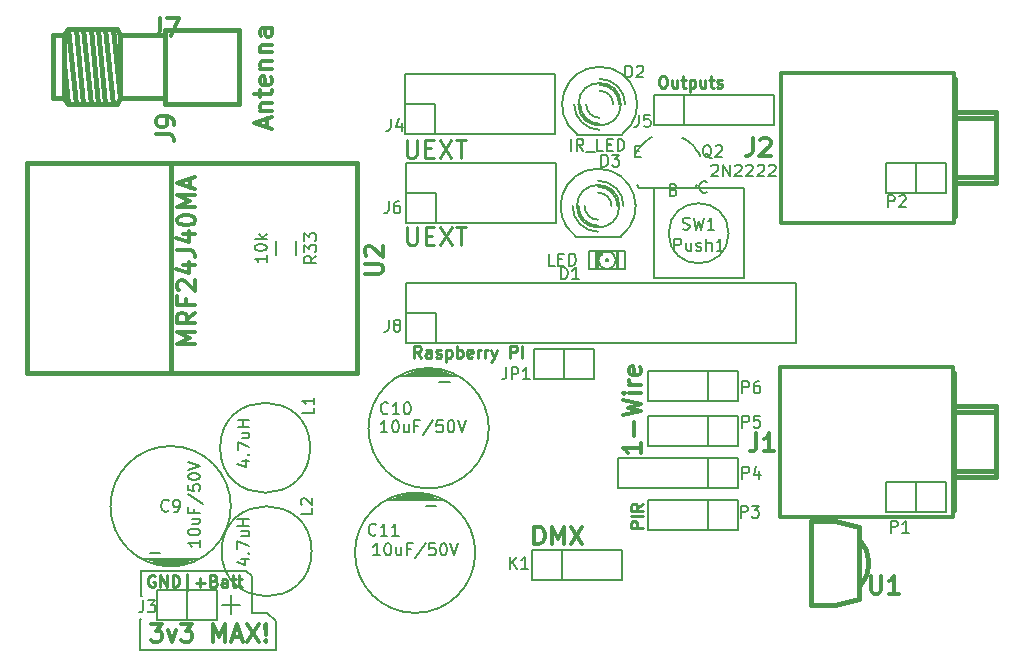
<source format=gbr>
G04 #@! TF.FileFunction,Legend,Top*
%FSLAX46Y46*%
G04 Gerber Fmt 4.6, Leading zero omitted, Abs format (unit mm)*
G04 Created by KiCad (PCBNEW (2014-12-08 BZR 5317)-product) date mar. 23 déc. 2014 09:04:43 CET*
%MOMM*%
G01*
G04 APERTURE LIST*
%ADD10C,0.100000*%
%ADD11C,0.250000*%
%ADD12C,0.300000*%
%ADD13C,0.200000*%
%ADD14C,0.150000*%
%ADD15C,0.350000*%
%ADD16C,0.381000*%
%ADD17C,0.304800*%
G04 APERTURE END LIST*
D10*
D11*
X118193643Y-76585071D02*
X118193643Y-77799357D01*
X118265071Y-77942214D01*
X118336500Y-78013643D01*
X118479357Y-78085071D01*
X118765071Y-78085071D01*
X118907929Y-78013643D01*
X118979357Y-77942214D01*
X119050786Y-77799357D01*
X119050786Y-76585071D01*
X119765072Y-77299357D02*
X120265072Y-77299357D01*
X120479358Y-78085071D02*
X119765072Y-78085071D01*
X119765072Y-76585071D01*
X120479358Y-76585071D01*
X120979358Y-76585071D02*
X121979358Y-78085071D01*
X121979358Y-76585071D02*
X120979358Y-78085071D01*
X122336500Y-76585071D02*
X123193643Y-76585071D01*
X122765072Y-78085071D02*
X122765072Y-76585071D01*
D12*
X128972715Y-103421571D02*
X128972715Y-101921571D01*
X129329858Y-101921571D01*
X129544143Y-101993000D01*
X129687001Y-102135857D01*
X129758429Y-102278714D01*
X129829858Y-102564429D01*
X129829858Y-102778714D01*
X129758429Y-103064429D01*
X129687001Y-103207286D01*
X129544143Y-103350143D01*
X129329858Y-103421571D01*
X128972715Y-103421571D01*
X130472715Y-103421571D02*
X130472715Y-101921571D01*
X130972715Y-102993000D01*
X131472715Y-101921571D01*
X131472715Y-103421571D01*
X132044144Y-101921571D02*
X133044144Y-103421571D01*
X133044144Y-101921571D02*
X132044144Y-103421571D01*
D11*
X119367800Y-87625181D02*
X119034466Y-87148990D01*
X118796371Y-87625181D02*
X118796371Y-86625181D01*
X119177324Y-86625181D01*
X119272562Y-86672800D01*
X119320181Y-86720419D01*
X119367800Y-86815657D01*
X119367800Y-86958514D01*
X119320181Y-87053752D01*
X119272562Y-87101371D01*
X119177324Y-87148990D01*
X118796371Y-87148990D01*
X120224943Y-87625181D02*
X120224943Y-87101371D01*
X120177324Y-87006133D01*
X120082086Y-86958514D01*
X119891609Y-86958514D01*
X119796371Y-87006133D01*
X120224943Y-87577562D02*
X120129705Y-87625181D01*
X119891609Y-87625181D01*
X119796371Y-87577562D01*
X119748752Y-87482324D01*
X119748752Y-87387086D01*
X119796371Y-87291848D01*
X119891609Y-87244229D01*
X120129705Y-87244229D01*
X120224943Y-87196610D01*
X120653514Y-87577562D02*
X120748752Y-87625181D01*
X120939228Y-87625181D01*
X121034467Y-87577562D01*
X121082086Y-87482324D01*
X121082086Y-87434705D01*
X121034467Y-87339467D01*
X120939228Y-87291848D01*
X120796371Y-87291848D01*
X120701133Y-87244229D01*
X120653514Y-87148990D01*
X120653514Y-87101371D01*
X120701133Y-87006133D01*
X120796371Y-86958514D01*
X120939228Y-86958514D01*
X121034467Y-87006133D01*
X121510657Y-86958514D02*
X121510657Y-87958514D01*
X121510657Y-87006133D02*
X121605895Y-86958514D01*
X121796372Y-86958514D01*
X121891610Y-87006133D01*
X121939229Y-87053752D01*
X121986848Y-87148990D01*
X121986848Y-87434705D01*
X121939229Y-87529943D01*
X121891610Y-87577562D01*
X121796372Y-87625181D01*
X121605895Y-87625181D01*
X121510657Y-87577562D01*
X122415419Y-87625181D02*
X122415419Y-86625181D01*
X122415419Y-87006133D02*
X122510657Y-86958514D01*
X122701134Y-86958514D01*
X122796372Y-87006133D01*
X122843991Y-87053752D01*
X122891610Y-87148990D01*
X122891610Y-87434705D01*
X122843991Y-87529943D01*
X122796372Y-87577562D01*
X122701134Y-87625181D01*
X122510657Y-87625181D01*
X122415419Y-87577562D01*
X123701134Y-87577562D02*
X123605896Y-87625181D01*
X123415419Y-87625181D01*
X123320181Y-87577562D01*
X123272562Y-87482324D01*
X123272562Y-87101371D01*
X123320181Y-87006133D01*
X123415419Y-86958514D01*
X123605896Y-86958514D01*
X123701134Y-87006133D01*
X123748753Y-87101371D01*
X123748753Y-87196610D01*
X123272562Y-87291848D01*
X124177324Y-87625181D02*
X124177324Y-86958514D01*
X124177324Y-87148990D02*
X124224943Y-87053752D01*
X124272562Y-87006133D01*
X124367800Y-86958514D01*
X124463039Y-86958514D01*
X124796372Y-87625181D02*
X124796372Y-86958514D01*
X124796372Y-87148990D02*
X124843991Y-87053752D01*
X124891610Y-87006133D01*
X124986848Y-86958514D01*
X125082087Y-86958514D01*
X125320182Y-86958514D02*
X125558277Y-87625181D01*
X125796373Y-86958514D02*
X125558277Y-87625181D01*
X125463039Y-87863276D01*
X125415420Y-87910895D01*
X125320182Y-87958514D01*
X126939230Y-87625181D02*
X126939230Y-86625181D01*
X127320183Y-86625181D01*
X127415421Y-86672800D01*
X127463040Y-86720419D01*
X127510659Y-86815657D01*
X127510659Y-86958514D01*
X127463040Y-87053752D01*
X127415421Y-87101371D01*
X127320183Y-87148990D01*
X126939230Y-87148990D01*
X127939230Y-87625181D02*
X127939230Y-86625181D01*
X139773328Y-63765181D02*
X139963805Y-63765181D01*
X140059043Y-63812800D01*
X140154281Y-63908038D01*
X140201900Y-64098514D01*
X140201900Y-64431848D01*
X140154281Y-64622324D01*
X140059043Y-64717562D01*
X139963805Y-64765181D01*
X139773328Y-64765181D01*
X139678090Y-64717562D01*
X139582852Y-64622324D01*
X139535233Y-64431848D01*
X139535233Y-64098514D01*
X139582852Y-63908038D01*
X139678090Y-63812800D01*
X139773328Y-63765181D01*
X141059043Y-64098514D02*
X141059043Y-64765181D01*
X140630471Y-64098514D02*
X140630471Y-64622324D01*
X140678090Y-64717562D01*
X140773328Y-64765181D01*
X140916186Y-64765181D01*
X141011424Y-64717562D01*
X141059043Y-64669943D01*
X141392376Y-64098514D02*
X141773328Y-64098514D01*
X141535233Y-63765181D02*
X141535233Y-64622324D01*
X141582852Y-64717562D01*
X141678090Y-64765181D01*
X141773328Y-64765181D01*
X142106662Y-64098514D02*
X142106662Y-65098514D01*
X142106662Y-64146133D02*
X142201900Y-64098514D01*
X142392377Y-64098514D01*
X142487615Y-64146133D01*
X142535234Y-64193752D01*
X142582853Y-64288990D01*
X142582853Y-64574705D01*
X142535234Y-64669943D01*
X142487615Y-64717562D01*
X142392377Y-64765181D01*
X142201900Y-64765181D01*
X142106662Y-64717562D01*
X143439996Y-64098514D02*
X143439996Y-64765181D01*
X143011424Y-64098514D02*
X143011424Y-64622324D01*
X143059043Y-64717562D01*
X143154281Y-64765181D01*
X143297139Y-64765181D01*
X143392377Y-64717562D01*
X143439996Y-64669943D01*
X143773329Y-64098514D02*
X144154281Y-64098514D01*
X143916186Y-63765181D02*
X143916186Y-64622324D01*
X143963805Y-64717562D01*
X144059043Y-64765181D01*
X144154281Y-64765181D01*
X144439996Y-64717562D02*
X144535234Y-64765181D01*
X144725710Y-64765181D01*
X144820949Y-64717562D01*
X144868568Y-64622324D01*
X144868568Y-64574705D01*
X144820949Y-64479467D01*
X144725710Y-64431848D01*
X144582853Y-64431848D01*
X144487615Y-64384229D01*
X144439996Y-64288990D01*
X144439996Y-64241371D01*
X144487615Y-64146133D01*
X144582853Y-64098514D01*
X144725710Y-64098514D01*
X144820949Y-64146133D01*
X118155543Y-69180971D02*
X118155543Y-70395257D01*
X118226971Y-70538114D01*
X118298400Y-70609543D01*
X118441257Y-70680971D01*
X118726971Y-70680971D01*
X118869829Y-70609543D01*
X118941257Y-70538114D01*
X119012686Y-70395257D01*
X119012686Y-69180971D01*
X119726972Y-69895257D02*
X120226972Y-69895257D01*
X120441258Y-70680971D02*
X119726972Y-70680971D01*
X119726972Y-69180971D01*
X120441258Y-69180971D01*
X120941258Y-69180971D02*
X121941258Y-70680971D01*
X121941258Y-69180971D02*
X120941258Y-70680971D01*
X122298400Y-69180971D02*
X123155543Y-69180971D01*
X122726972Y-70680971D02*
X122726972Y-69180971D01*
D12*
X137990971Y-94871028D02*
X137990971Y-95728171D01*
X137990971Y-95299599D02*
X136490971Y-95299599D01*
X136705257Y-95442456D01*
X136848114Y-95585314D01*
X136919543Y-95728171D01*
X137419543Y-94228171D02*
X137419543Y-93085314D01*
X136490971Y-92513885D02*
X137990971Y-92156742D01*
X136919543Y-91871028D01*
X137990971Y-91585314D01*
X136490971Y-91228171D01*
X137990971Y-90656742D02*
X136990971Y-90656742D01*
X136490971Y-90656742D02*
X136562400Y-90728171D01*
X136633829Y-90656742D01*
X136562400Y-90585314D01*
X136490971Y-90656742D01*
X136633829Y-90656742D01*
X137990971Y-89942456D02*
X136990971Y-89942456D01*
X137276686Y-89942456D02*
X137133829Y-89871028D01*
X137062400Y-89799599D01*
X136990971Y-89656742D01*
X136990971Y-89513885D01*
X137919543Y-88442457D02*
X137990971Y-88585314D01*
X137990971Y-88871028D01*
X137919543Y-89013885D01*
X137776686Y-89085314D01*
X137205257Y-89085314D01*
X137062400Y-89013885D01*
X136990971Y-88871028D01*
X136990971Y-88585314D01*
X137062400Y-88442457D01*
X137205257Y-88371028D01*
X137348114Y-88371028D01*
X137490971Y-89085314D01*
D11*
X138145781Y-102041200D02*
X137145781Y-102041200D01*
X137145781Y-101660247D01*
X137193400Y-101565009D01*
X137241019Y-101517390D01*
X137336257Y-101469771D01*
X137479114Y-101469771D01*
X137574352Y-101517390D01*
X137621971Y-101565009D01*
X137669590Y-101660247D01*
X137669590Y-102041200D01*
X138145781Y-101041200D02*
X137145781Y-101041200D01*
X138145781Y-99993581D02*
X137669590Y-100326915D01*
X138145781Y-100565010D02*
X137145781Y-100565010D01*
X137145781Y-100184057D01*
X137193400Y-100088819D01*
X137241019Y-100041200D01*
X137336257Y-99993581D01*
X137479114Y-99993581D01*
X137574352Y-100041200D01*
X137621971Y-100088819D01*
X137669590Y-100184057D01*
X137669590Y-100565010D01*
D13*
X103301800Y-107746800D02*
X103301800Y-109347000D01*
X102514400Y-108559600D02*
X104013000Y-108559600D01*
X95681800Y-107823000D02*
X95732600Y-107823000D01*
X95681800Y-105613200D02*
X95681800Y-107823000D01*
X95580200Y-109728000D02*
X95631000Y-109728000D01*
X95580200Y-112369600D02*
X95580200Y-109728000D01*
X107061000Y-112369600D02*
X95580200Y-112369600D01*
X107061000Y-109956600D02*
X107061000Y-112369600D01*
X106349800Y-109245400D02*
X107061000Y-109956600D01*
X105029000Y-109245400D02*
X106349800Y-109245400D01*
X105029000Y-106121200D02*
X105029000Y-109245400D01*
X104571800Y-105664000D02*
X105029000Y-106121200D01*
X95656400Y-105664000D02*
X104571800Y-105664000D01*
D12*
X96493630Y-110163871D02*
X97422201Y-110163871D01*
X96922201Y-110735300D01*
X97136487Y-110735300D01*
X97279344Y-110806729D01*
X97350773Y-110878157D01*
X97422201Y-111021014D01*
X97422201Y-111378157D01*
X97350773Y-111521014D01*
X97279344Y-111592443D01*
X97136487Y-111663871D01*
X96707915Y-111663871D01*
X96565058Y-111592443D01*
X96493630Y-111521014D01*
X97922201Y-110663871D02*
X98279344Y-111663871D01*
X98636486Y-110663871D01*
X99065058Y-110163871D02*
X99993629Y-110163871D01*
X99493629Y-110735300D01*
X99707915Y-110735300D01*
X99850772Y-110806729D01*
X99922201Y-110878157D01*
X99993629Y-111021014D01*
X99993629Y-111378157D01*
X99922201Y-111521014D01*
X99850772Y-111592443D01*
X99707915Y-111663871D01*
X99279343Y-111663871D01*
X99136486Y-111592443D01*
X99065058Y-111521014D01*
X101779343Y-111663871D02*
X101779343Y-110163871D01*
X102279343Y-111235300D01*
X102779343Y-110163871D01*
X102779343Y-111663871D01*
X103422200Y-111235300D02*
X104136486Y-111235300D01*
X103279343Y-111663871D02*
X103779343Y-110163871D01*
X104279343Y-111663871D01*
X104636486Y-110163871D02*
X105636486Y-111663871D01*
X105636486Y-110163871D02*
X104636486Y-111663871D01*
X106207914Y-111521014D02*
X106279342Y-111592443D01*
X106207914Y-111663871D01*
X106136485Y-111592443D01*
X106207914Y-111521014D01*
X106207914Y-111663871D01*
X106207914Y-111092443D02*
X106136485Y-110235300D01*
X106207914Y-110163871D01*
X106279342Y-110235300D01*
X106207914Y-111092443D01*
X106207914Y-110163871D01*
D11*
X96809348Y-106091100D02*
X96714110Y-106043481D01*
X96571253Y-106043481D01*
X96428395Y-106091100D01*
X96333157Y-106186338D01*
X96285538Y-106281576D01*
X96237919Y-106472052D01*
X96237919Y-106614910D01*
X96285538Y-106805386D01*
X96333157Y-106900624D01*
X96428395Y-106995862D01*
X96571253Y-107043481D01*
X96666491Y-107043481D01*
X96809348Y-106995862D01*
X96856967Y-106948243D01*
X96856967Y-106614910D01*
X96666491Y-106614910D01*
X97285538Y-107043481D02*
X97285538Y-106043481D01*
X97856967Y-107043481D01*
X97856967Y-106043481D01*
X98333157Y-107043481D02*
X98333157Y-106043481D01*
X98571252Y-106043481D01*
X98714110Y-106091100D01*
X98809348Y-106186338D01*
X98856967Y-106281576D01*
X98904586Y-106472052D01*
X98904586Y-106614910D01*
X98856967Y-106805386D01*
X98809348Y-106900624D01*
X98714110Y-106995862D01*
X98571252Y-107043481D01*
X98333157Y-107043481D01*
X99571252Y-107376814D02*
X99571252Y-105948243D01*
X100285538Y-106662529D02*
X101047443Y-106662529D01*
X100666491Y-107043481D02*
X100666491Y-106281576D01*
X101856967Y-106519671D02*
X101999824Y-106567290D01*
X102047443Y-106614910D01*
X102095062Y-106710148D01*
X102095062Y-106853005D01*
X102047443Y-106948243D01*
X101999824Y-106995862D01*
X101904586Y-107043481D01*
X101523633Y-107043481D01*
X101523633Y-106043481D01*
X101856967Y-106043481D01*
X101952205Y-106091100D01*
X101999824Y-106138719D01*
X102047443Y-106233957D01*
X102047443Y-106329195D01*
X101999824Y-106424433D01*
X101952205Y-106472052D01*
X101856967Y-106519671D01*
X101523633Y-106519671D01*
X102952205Y-107043481D02*
X102952205Y-106519671D01*
X102904586Y-106424433D01*
X102809348Y-106376814D01*
X102618871Y-106376814D01*
X102523633Y-106424433D01*
X102952205Y-106995862D02*
X102856967Y-107043481D01*
X102618871Y-107043481D01*
X102523633Y-106995862D01*
X102476014Y-106900624D01*
X102476014Y-106805386D01*
X102523633Y-106710148D01*
X102618871Y-106662529D01*
X102856967Y-106662529D01*
X102952205Y-106614910D01*
X103285538Y-106376814D02*
X103666490Y-106376814D01*
X103428395Y-106043481D02*
X103428395Y-106900624D01*
X103476014Y-106995862D01*
X103571252Y-107043481D01*
X103666490Y-107043481D01*
X103856967Y-106376814D02*
X104237919Y-106376814D01*
X103999824Y-106043481D02*
X103999824Y-106900624D01*
X104047443Y-106995862D01*
X104142681Y-107043481D01*
X104237919Y-107043481D01*
D14*
X135227060Y-79275940D02*
X135028940Y-79275940D01*
X135028940Y-79275940D02*
X135028940Y-79474060D01*
X135227060Y-79474060D02*
X135028940Y-79474060D01*
X135227060Y-79275940D02*
X135227060Y-79474060D01*
X134678420Y-78676500D02*
X134330440Y-78676500D01*
X134330440Y-78676500D02*
X134330440Y-78925420D01*
X134678420Y-78925420D02*
X134330440Y-78925420D01*
X134678420Y-78676500D02*
X134678420Y-78925420D01*
X134330440Y-78676500D02*
X134228840Y-78676500D01*
X134228840Y-78676500D02*
X134228840Y-79872840D01*
X134330440Y-79872840D02*
X134228840Y-79872840D01*
X134330440Y-78676500D02*
X134330440Y-79872840D01*
X134330440Y-79923640D02*
X134228840Y-79923640D01*
X134228840Y-79923640D02*
X134228840Y-80073500D01*
X134330440Y-80073500D02*
X134228840Y-80073500D01*
X134330440Y-79923640D02*
X134330440Y-80073500D01*
X136027160Y-78676500D02*
X135925560Y-78676500D01*
X135925560Y-78676500D02*
X135925560Y-79872840D01*
X136027160Y-79872840D02*
X135925560Y-79872840D01*
X136027160Y-78676500D02*
X136027160Y-79872840D01*
X136027160Y-79923640D02*
X135925560Y-79923640D01*
X135925560Y-79923640D02*
X135925560Y-80073500D01*
X136027160Y-80073500D02*
X135925560Y-80073500D01*
X136027160Y-79923640D02*
X136027160Y-80073500D01*
X134678420Y-78676500D02*
X134528560Y-78676500D01*
X134528560Y-78676500D02*
X134528560Y-78925420D01*
X134678420Y-78925420D02*
X134528560Y-78925420D01*
X134678420Y-78676500D02*
X134678420Y-78925420D01*
X133578600Y-78625700D02*
X136677400Y-78625700D01*
X136677400Y-78625700D02*
X136677400Y-80124300D01*
X136677400Y-80124300D02*
X133578600Y-80124300D01*
X133578600Y-80124300D02*
X133578600Y-78625700D01*
X135675262Y-78875646D02*
G75*
G03X134579360Y-78877160I-547262J-499354D01*
G01*
X135676133Y-79873398D02*
G75*
G03X135676640Y-78877160I-548133J498398D01*
G01*
X134580738Y-79874354D02*
G75*
G03X135676640Y-79872840I547262J499354D01*
G01*
X134579867Y-78876602D02*
G75*
G03X134579360Y-79872840I548133J-498398D01*
G01*
X132588000Y-68757800D02*
X136398000Y-68757800D01*
X136289051Y-66167000D02*
G75*
G03X136289051Y-66167000I-1796051J0D01*
G01*
X136400668Y-68704997D02*
G75*
G03X132588000Y-68707000I-1907668J2537997D01*
G01*
X135636000Y-66167000D02*
G75*
G03X134493000Y-65024000I-1143000J0D01*
G01*
X133350000Y-66167000D02*
G75*
G03X134493000Y-67310000I1143000J0D01*
G01*
X136144000Y-66167000D02*
G75*
G03X134493000Y-64516000I-1651000J0D01*
G01*
X132842000Y-66167000D02*
G75*
G03X134493000Y-67818000I1651000J0D01*
G01*
X136652000Y-66167000D02*
G75*
G03X134493000Y-64008000I-2159000J0D01*
G01*
X132334000Y-66167000D02*
G75*
G03X134493000Y-68326000I2159000J0D01*
G01*
X132461000Y-77393800D02*
X136271000Y-77393800D01*
X136162051Y-74803000D02*
G75*
G03X136162051Y-74803000I-1796051J0D01*
G01*
X136273668Y-77340997D02*
G75*
G03X132461000Y-77343000I-1907668J2537997D01*
G01*
X135509000Y-74803000D02*
G75*
G03X134366000Y-73660000I-1143000J0D01*
G01*
X133223000Y-74803000D02*
G75*
G03X134366000Y-75946000I1143000J0D01*
G01*
X136017000Y-74803000D02*
G75*
G03X134366000Y-73152000I-1651000J0D01*
G01*
X132715000Y-74803000D02*
G75*
G03X134366000Y-76454000I1651000J0D01*
G01*
X136525000Y-74803000D02*
G75*
G03X134366000Y-72644000I-2159000J0D01*
G01*
X132207000Y-74803000D02*
G75*
G03X134366000Y-76962000I2159000J0D01*
G01*
D15*
X164401500Y-88392000D02*
X149796500Y-88392000D01*
X149796500Y-88392000D02*
X149796500Y-101092000D01*
X149796500Y-101092000D02*
X164401500Y-101092000D01*
X164401500Y-101092000D02*
X164401500Y-88392000D01*
D14*
X164401500Y-101092000D02*
X164401500Y-100457000D01*
D16*
X164515800Y-92242640D02*
X168015920Y-92242640D01*
X167916860Y-97241360D02*
X164515800Y-97241360D01*
X164515800Y-97741740D02*
X168015920Y-97741740D01*
X168015920Y-97741740D02*
X168015920Y-91742260D01*
X168015920Y-91742260D02*
X164515800Y-91742260D01*
X164515800Y-94742000D02*
X164515800Y-100540820D01*
X164416740Y-88943180D02*
X164515800Y-88943180D01*
X164515800Y-88943180D02*
X164515800Y-94742000D01*
D15*
X164465000Y-63500000D02*
X149860000Y-63500000D01*
X149860000Y-63500000D02*
X149860000Y-76200000D01*
X149860000Y-76200000D02*
X164465000Y-76200000D01*
X164465000Y-76200000D02*
X164465000Y-63500000D01*
D14*
X164465000Y-76200000D02*
X164465000Y-75565000D01*
D16*
X164579300Y-67350640D02*
X168079420Y-67350640D01*
X167980360Y-72349360D02*
X164579300Y-72349360D01*
X164579300Y-72849740D02*
X168079420Y-72849740D01*
X168079420Y-72849740D02*
X168079420Y-66850260D01*
X168079420Y-66850260D02*
X164579300Y-66850260D01*
X164579300Y-69850000D02*
X164579300Y-75648820D01*
X164480240Y-64051180D02*
X164579300Y-64051180D01*
X164579300Y-64051180D02*
X164579300Y-69850000D01*
D14*
X99568000Y-107315000D02*
X99568000Y-109855000D01*
X97028000Y-107315000D02*
X97028000Y-109855000D01*
X97028000Y-109855000D02*
X99568000Y-109855000D01*
X99568000Y-109855000D02*
X102108000Y-109855000D01*
X102108000Y-109855000D02*
X102108000Y-107315000D01*
X102108000Y-107315000D02*
X97028000Y-107315000D01*
X118046500Y-63627000D02*
X130746500Y-63627000D01*
X130746500Y-63627000D02*
X130746500Y-68707000D01*
X130746500Y-68707000D02*
X120586500Y-68707000D01*
X118046500Y-63627000D02*
X118046500Y-66167000D01*
X118046500Y-68707000D02*
X120586500Y-68707000D01*
X118046500Y-66167000D02*
X120586500Y-66167000D01*
X120586500Y-66167000D02*
X120586500Y-68707000D01*
X118046500Y-68707000D02*
X118046500Y-66167000D01*
X141605000Y-67945000D02*
X149225000Y-67945000D01*
X141605000Y-65405000D02*
X149225000Y-65405000D01*
X139065000Y-65405000D02*
X141605000Y-65405000D01*
X149225000Y-67945000D02*
X149225000Y-65405000D01*
X141605000Y-65405000D02*
X141605000Y-67945000D01*
X139065000Y-65405000D02*
X139065000Y-67945000D01*
X139065000Y-67945000D02*
X141605000Y-67945000D01*
X118110000Y-71120000D02*
X130810000Y-71120000D01*
X130810000Y-71120000D02*
X130810000Y-76200000D01*
X130810000Y-76200000D02*
X120650000Y-76200000D01*
X118110000Y-71120000D02*
X118110000Y-73660000D01*
X118110000Y-76200000D02*
X120650000Y-76200000D01*
X118110000Y-73660000D02*
X120650000Y-73660000D01*
X120650000Y-73660000D02*
X120650000Y-76200000D01*
X118110000Y-76200000D02*
X118110000Y-73660000D01*
X118110000Y-81280000D02*
X151130000Y-81280000D01*
X120650000Y-86360000D02*
X151130000Y-86360000D01*
X151130000Y-81280000D02*
X151130000Y-86360000D01*
X118110000Y-81280000D02*
X118110000Y-83820000D01*
X118110000Y-86360000D02*
X120650000Y-86360000D01*
X118110000Y-83820000D02*
X120650000Y-83820000D01*
X120650000Y-83820000D02*
X120650000Y-86360000D01*
X118110000Y-86360000D02*
X118110000Y-83820000D01*
D16*
X89181940Y-60332620D02*
X88237060Y-60332620D01*
X89181940Y-65651380D02*
X88237060Y-65651380D01*
X97688400Y-65651380D02*
X93908880Y-65651380D01*
X97688400Y-60332620D02*
X93908880Y-60332620D01*
X89496900Y-66184780D02*
X89181940Y-62725300D01*
X93278960Y-59799220D02*
X93908880Y-65651380D01*
X93278960Y-66184780D02*
X92649040Y-59799220D01*
X92649040Y-66184780D02*
X92019120Y-59799220D01*
X92019120Y-66184780D02*
X91389200Y-59799220D01*
X91389200Y-66184780D02*
X90756740Y-59799220D01*
X90756740Y-66184780D02*
X90126820Y-59799220D01*
X90126820Y-66184780D02*
X89496900Y-59799220D01*
X89496900Y-66184780D02*
X89181940Y-65651380D01*
X89181940Y-65651380D02*
X89181940Y-60332620D01*
X89181940Y-60332620D02*
X89496900Y-59799220D01*
X89496900Y-59799220D02*
X93593920Y-59799220D01*
X93593920Y-59799220D02*
X93908880Y-60332620D01*
X93908880Y-60332620D02*
X93908880Y-65651380D01*
X93908880Y-65651380D02*
X93593920Y-66184780D01*
X93593920Y-66184780D02*
X89496900Y-66184780D01*
X88237060Y-60332620D02*
X88237060Y-65651380D01*
X97688400Y-66141600D02*
X97688400Y-59842400D01*
X97688400Y-59842400D02*
X103987600Y-59842400D01*
X103987600Y-59842400D02*
X103987600Y-66141600D01*
X103987600Y-66141600D02*
X97688400Y-66141600D01*
D14*
X131318000Y-106426000D02*
X136398000Y-106426000D01*
X136398000Y-106426000D02*
X136398000Y-103886000D01*
X136398000Y-103886000D02*
X131318000Y-103886000D01*
X128778000Y-103886000D02*
X131318000Y-103886000D01*
X131318000Y-103886000D02*
X131318000Y-106426000D01*
X128778000Y-103886000D02*
X128778000Y-106426000D01*
X128778000Y-106426000D02*
X131318000Y-106426000D01*
X161290000Y-100711000D02*
X161290000Y-98171000D01*
X163830000Y-100711000D02*
X163830000Y-98171000D01*
X163830000Y-98171000D02*
X161290000Y-98171000D01*
X161290000Y-98171000D02*
X158750000Y-98171000D01*
X158750000Y-98171000D02*
X158750000Y-100711000D01*
X158750000Y-100711000D02*
X163830000Y-100711000D01*
X161290000Y-73660000D02*
X161290000Y-71120000D01*
X163830000Y-73660000D02*
X163830000Y-71120000D01*
X163830000Y-71120000D02*
X161290000Y-71120000D01*
X161290000Y-71120000D02*
X158750000Y-71120000D01*
X158750000Y-71120000D02*
X158750000Y-73660000D01*
X158750000Y-73660000D02*
X163830000Y-73660000D01*
X143637000Y-99695000D02*
X138557000Y-99695000D01*
X138557000Y-99695000D02*
X138557000Y-102235000D01*
X138557000Y-102235000D02*
X143637000Y-102235000D01*
X146177000Y-102235000D02*
X143637000Y-102235000D01*
X143637000Y-102235000D02*
X143637000Y-99695000D01*
X146177000Y-102235000D02*
X146177000Y-99695000D01*
X146177000Y-99695000D02*
X143637000Y-99695000D01*
X143637000Y-96139000D02*
X136017000Y-96139000D01*
X143637000Y-98679000D02*
X136017000Y-98679000D01*
X146177000Y-98679000D02*
X143637000Y-98679000D01*
X136017000Y-96139000D02*
X136017000Y-98679000D01*
X143637000Y-98679000D02*
X143637000Y-96139000D01*
X146177000Y-98679000D02*
X146177000Y-96139000D01*
X146177000Y-96139000D02*
X143637000Y-96139000D01*
X143637000Y-92583000D02*
X138557000Y-92583000D01*
X138557000Y-92583000D02*
X138557000Y-95123000D01*
X138557000Y-95123000D02*
X143637000Y-95123000D01*
X146177000Y-95123000D02*
X143637000Y-95123000D01*
X143637000Y-95123000D02*
X143637000Y-92583000D01*
X146177000Y-95123000D02*
X146177000Y-92583000D01*
X146177000Y-92583000D02*
X143637000Y-92583000D01*
X143637000Y-88773000D02*
X138557000Y-88773000D01*
X138557000Y-88773000D02*
X138557000Y-91313000D01*
X138557000Y-91313000D02*
X143637000Y-91313000D01*
X146177000Y-91313000D02*
X143637000Y-91313000D01*
X143637000Y-91313000D02*
X143637000Y-88773000D01*
X146177000Y-91313000D02*
X146177000Y-88773000D01*
X146177000Y-88773000D02*
X143637000Y-88773000D01*
X142608300Y-73291700D02*
X142722600Y-73012300D01*
X137833100Y-73266300D02*
X137655300Y-72999600D01*
X141439900Y-68986400D02*
X141693900Y-69113400D01*
X141693900Y-69113400D02*
X142049500Y-69342000D01*
X142049500Y-69342000D02*
X142443200Y-69697600D01*
X142443200Y-69697600D02*
X142684500Y-70015100D01*
X142684500Y-70015100D02*
X142887700Y-70332600D01*
X142887700Y-70332600D02*
X142951200Y-70510400D01*
X142951200Y-70510400D02*
X142951200Y-70497700D01*
X142951200Y-70497700D02*
X142951200Y-70510400D01*
X137464800Y-70459600D02*
X137668000Y-70104000D01*
X137668000Y-70104000D02*
X137985500Y-69672200D01*
X137985500Y-69672200D02*
X138518900Y-69202300D01*
X138518900Y-69202300D02*
X138950700Y-68973700D01*
X140208000Y-73279000D02*
X142621000Y-73279000D01*
X140208000Y-73279000D02*
X137795000Y-73279000D01*
X107075000Y-78959000D02*
X107075000Y-77759000D01*
X108825000Y-77759000D02*
X108825000Y-78959000D01*
X145415000Y-77089000D02*
G75*
G03X145415000Y-77089000I-2540000J0D01*
G01*
X139065000Y-73279000D02*
X146685000Y-73279000D01*
X146685000Y-73279000D02*
X146685000Y-80899000D01*
X146685000Y-80899000D02*
X139065000Y-80899000D01*
X139065000Y-73279000D02*
X139065000Y-80899000D01*
D16*
X156464000Y-107061000D02*
G75*
G03X156464000Y-102997000I-2032000J2032000D01*
G01*
X152400000Y-108585000D02*
X154432000Y-108585000D01*
X154432000Y-108585000D02*
X156464000Y-108077000D01*
X156464000Y-108077000D02*
X156464000Y-101981000D01*
X156464000Y-101981000D02*
X154432000Y-101473000D01*
X154432000Y-101473000D02*
X152400000Y-101473000D01*
X152400000Y-101473000D02*
X152400000Y-108585000D01*
X86995000Y-88900000D02*
X85979000Y-88900000D01*
X85979000Y-88900000D02*
X85979000Y-71120000D01*
X85979000Y-71120000D02*
X98171000Y-71120000D01*
X99695000Y-88900000D02*
X86995000Y-88900000D01*
X113919000Y-88900000D02*
X98171000Y-88900000D01*
X98171000Y-88900000D02*
X98171000Y-71120000D01*
X98171000Y-71120000D02*
X113919000Y-71120000D01*
X113919000Y-71120000D02*
X113919000Y-88900000D01*
D14*
X109982000Y-95250000D02*
G75*
G03X109982000Y-95250000I-3810000J0D01*
G01*
X110109000Y-104013000D02*
G75*
G03X110109000Y-104013000I-3810000J0D01*
G01*
X131445000Y-86868000D02*
X131445000Y-89408000D01*
X128905000Y-86868000D02*
X128905000Y-89408000D01*
X128905000Y-89408000D02*
X131445000Y-89408000D01*
X131445000Y-89408000D02*
X133985000Y-89408000D01*
X133985000Y-89408000D02*
X133985000Y-86868000D01*
X133985000Y-86868000D02*
X128905000Y-86868000D01*
X100584000Y-104648000D02*
X95758000Y-104648000D01*
X97028000Y-105029000D02*
X99314000Y-105029000D01*
X103265267Y-100203000D02*
G75*
G03X103265267Y-100203000I-5094267J0D01*
G01*
X96139000Y-104648000D02*
X100203000Y-104648000D01*
X100203000Y-104648000D02*
X99822000Y-104775000D01*
X99822000Y-104775000D02*
X96520000Y-104775000D01*
X96520000Y-104775000D02*
X96139000Y-104648000D01*
X97282000Y-104140000D02*
X96393000Y-104140000D01*
X97155000Y-105156000D02*
X99187000Y-105156000D01*
X99187000Y-105029000D02*
X97155000Y-105029000D01*
X99695000Y-104902000D02*
X96647000Y-104902000D01*
X117602000Y-89154000D02*
X122428000Y-89154000D01*
X121158000Y-88773000D02*
X118872000Y-88773000D01*
X125109267Y-93599000D02*
G75*
G03X125109267Y-93599000I-5094267J0D01*
G01*
X122047000Y-89154000D02*
X117983000Y-89154000D01*
X117983000Y-89154000D02*
X118364000Y-89027000D01*
X118364000Y-89027000D02*
X121666000Y-89027000D01*
X121666000Y-89027000D02*
X122047000Y-89154000D01*
X120904000Y-89662000D02*
X121793000Y-89662000D01*
X121031000Y-88646000D02*
X118999000Y-88646000D01*
X118999000Y-88773000D02*
X121031000Y-88773000D01*
X118491000Y-88900000D02*
X121539000Y-88900000D01*
X116459000Y-99695000D02*
X121285000Y-99695000D01*
X120015000Y-99314000D02*
X117729000Y-99314000D01*
X123966267Y-104140000D02*
G75*
G03X123966267Y-104140000I-5094267J0D01*
G01*
X120904000Y-99695000D02*
X116840000Y-99695000D01*
X116840000Y-99695000D02*
X117221000Y-99568000D01*
X117221000Y-99568000D02*
X120523000Y-99568000D01*
X120523000Y-99568000D02*
X120904000Y-99695000D01*
X119761000Y-100203000D02*
X120650000Y-100203000D01*
X119888000Y-99187000D02*
X117856000Y-99187000D01*
X117856000Y-99314000D02*
X119888000Y-99314000D01*
X117348000Y-99441000D02*
X120396000Y-99441000D01*
X131214905Y-80970381D02*
X131214905Y-79970381D01*
X131453000Y-79970381D01*
X131595858Y-80018000D01*
X131691096Y-80113238D01*
X131738715Y-80208476D01*
X131786334Y-80398952D01*
X131786334Y-80541810D01*
X131738715Y-80732286D01*
X131691096Y-80827524D01*
X131595858Y-80922762D01*
X131453000Y-80970381D01*
X131214905Y-80970381D01*
X132738715Y-80970381D02*
X132167286Y-80970381D01*
X132453000Y-80970381D02*
X132453000Y-79970381D01*
X132357762Y-80113238D01*
X132262524Y-80208476D01*
X132167286Y-80256095D01*
X130675143Y-79827381D02*
X130198952Y-79827381D01*
X130198952Y-78827381D01*
X131008476Y-79303571D02*
X131341810Y-79303571D01*
X131484667Y-79827381D02*
X131008476Y-79827381D01*
X131008476Y-78827381D01*
X131484667Y-78827381D01*
X131913238Y-79827381D02*
X131913238Y-78827381D01*
X132151333Y-78827381D01*
X132294191Y-78875000D01*
X132389429Y-78970238D01*
X132437048Y-79065476D01*
X132484667Y-79255952D01*
X132484667Y-79398810D01*
X132437048Y-79589286D01*
X132389429Y-79684524D01*
X132294191Y-79779762D01*
X132151333Y-79827381D01*
X131913238Y-79827381D01*
X136675905Y-63888881D02*
X136675905Y-62888881D01*
X136914000Y-62888881D01*
X137056858Y-62936500D01*
X137152096Y-63031738D01*
X137199715Y-63126976D01*
X137247334Y-63317452D01*
X137247334Y-63460310D01*
X137199715Y-63650786D01*
X137152096Y-63746024D01*
X137056858Y-63841262D01*
X136914000Y-63888881D01*
X136675905Y-63888881D01*
X137628286Y-62984119D02*
X137675905Y-62936500D01*
X137771143Y-62888881D01*
X138009239Y-62888881D01*
X138104477Y-62936500D01*
X138152096Y-62984119D01*
X138199715Y-63079357D01*
X138199715Y-63174595D01*
X138152096Y-63317452D01*
X137580667Y-63888881D01*
X138199715Y-63888881D01*
X132064405Y-70111881D02*
X132064405Y-69111881D01*
X133112024Y-70111881D02*
X132778690Y-69635690D01*
X132540595Y-70111881D02*
X132540595Y-69111881D01*
X132921548Y-69111881D01*
X133016786Y-69159500D01*
X133064405Y-69207119D01*
X133112024Y-69302357D01*
X133112024Y-69445214D01*
X133064405Y-69540452D01*
X133016786Y-69588071D01*
X132921548Y-69635690D01*
X132540595Y-69635690D01*
X133302500Y-70207119D02*
X134064405Y-70207119D01*
X134778691Y-70111881D02*
X134302500Y-70111881D01*
X134302500Y-69111881D01*
X135112024Y-69588071D02*
X135445358Y-69588071D01*
X135588215Y-70111881D02*
X135112024Y-70111881D01*
X135112024Y-69111881D01*
X135588215Y-69111881D01*
X136016786Y-70111881D02*
X136016786Y-69111881D01*
X136254881Y-69111881D01*
X136397739Y-69159500D01*
X136492977Y-69254738D01*
X136540596Y-69349976D01*
X136588215Y-69540452D01*
X136588215Y-69683310D01*
X136540596Y-69873786D01*
X136492977Y-69969024D01*
X136397739Y-70064262D01*
X136254881Y-70111881D01*
X136016786Y-70111881D01*
X134643905Y-71445381D02*
X134643905Y-70445381D01*
X134882000Y-70445381D01*
X135024858Y-70493000D01*
X135120096Y-70588238D01*
X135167715Y-70683476D01*
X135215334Y-70873952D01*
X135215334Y-71016810D01*
X135167715Y-71207286D01*
X135120096Y-71302524D01*
X135024858Y-71397762D01*
X134882000Y-71445381D01*
X134643905Y-71445381D01*
X135548667Y-70445381D02*
X136167715Y-70445381D01*
X135834381Y-70826333D01*
X135977239Y-70826333D01*
X136072477Y-70873952D01*
X136120096Y-70921571D01*
X136167715Y-71016810D01*
X136167715Y-71254905D01*
X136120096Y-71350143D01*
X136072477Y-71397762D01*
X135977239Y-71445381D01*
X135691524Y-71445381D01*
X135596286Y-71397762D01*
X135548667Y-71350143D01*
X132064405Y-70099181D02*
X132064405Y-69099181D01*
X133112024Y-70099181D02*
X132778690Y-69622990D01*
X132540595Y-70099181D02*
X132540595Y-69099181D01*
X132921548Y-69099181D01*
X133016786Y-69146800D01*
X133064405Y-69194419D01*
X133112024Y-69289657D01*
X133112024Y-69432514D01*
X133064405Y-69527752D01*
X133016786Y-69575371D01*
X132921548Y-69622990D01*
X132540595Y-69622990D01*
X133302500Y-70194419D02*
X134064405Y-70194419D01*
X134778691Y-70099181D02*
X134302500Y-70099181D01*
X134302500Y-69099181D01*
X135112024Y-69575371D02*
X135445358Y-69575371D01*
X135588215Y-70099181D02*
X135112024Y-70099181D01*
X135112024Y-69099181D01*
X135588215Y-69099181D01*
X136016786Y-70099181D02*
X136016786Y-69099181D01*
X136254881Y-69099181D01*
X136397739Y-69146800D01*
X136492977Y-69242038D01*
X136540596Y-69337276D01*
X136588215Y-69527752D01*
X136588215Y-69670610D01*
X136540596Y-69861086D01*
X136492977Y-69956324D01*
X136397739Y-70051562D01*
X136254881Y-70099181D01*
X136016786Y-70099181D01*
D17*
X147764500Y-94034429D02*
X147764500Y-95123000D01*
X147691928Y-95340714D01*
X147546785Y-95485857D01*
X147329071Y-95558429D01*
X147183928Y-95558429D01*
X149288500Y-95558429D02*
X148417643Y-95558429D01*
X148853071Y-95558429D02*
X148853071Y-94034429D01*
X148707928Y-94252143D01*
X148562786Y-94397286D01*
X148417643Y-94469857D01*
X147447000Y-69015429D02*
X147447000Y-70104000D01*
X147374428Y-70321714D01*
X147229285Y-70466857D01*
X147011571Y-70539429D01*
X146866428Y-70539429D01*
X148100143Y-69160571D02*
X148172714Y-69088000D01*
X148317857Y-69015429D01*
X148680714Y-69015429D01*
X148825857Y-69088000D01*
X148898428Y-69160571D01*
X148971000Y-69305714D01*
X148971000Y-69450857D01*
X148898428Y-69668571D01*
X148027571Y-70539429D01*
X148971000Y-70539429D01*
D14*
X95869167Y-108164381D02*
X95869167Y-108878667D01*
X95821547Y-109021524D01*
X95726309Y-109116762D01*
X95583452Y-109164381D01*
X95488214Y-109164381D01*
X96250119Y-108164381D02*
X96869167Y-108164381D01*
X96535833Y-108545333D01*
X96678691Y-108545333D01*
X96773929Y-108592952D01*
X96821548Y-108640571D01*
X96869167Y-108735810D01*
X96869167Y-108973905D01*
X96821548Y-109069143D01*
X96773929Y-109116762D01*
X96678691Y-109164381D01*
X96392976Y-109164381D01*
X96297738Y-109116762D01*
X96250119Y-109069143D01*
X116824167Y-67397381D02*
X116824167Y-68111667D01*
X116776547Y-68254524D01*
X116681309Y-68349762D01*
X116538452Y-68397381D01*
X116443214Y-68397381D01*
X117728929Y-67730714D02*
X117728929Y-68397381D01*
X117490833Y-67349762D02*
X117252738Y-68064048D01*
X117871786Y-68064048D01*
X137817267Y-67067181D02*
X137817267Y-67781467D01*
X137769647Y-67924324D01*
X137674409Y-68019562D01*
X137531552Y-68067181D01*
X137436314Y-68067181D01*
X138769648Y-67067181D02*
X138293457Y-67067181D01*
X138245838Y-67543371D01*
X138293457Y-67495752D01*
X138388695Y-67448133D01*
X138626791Y-67448133D01*
X138722029Y-67495752D01*
X138769648Y-67543371D01*
X138817267Y-67638610D01*
X138817267Y-67876705D01*
X138769648Y-67971943D01*
X138722029Y-68019562D01*
X138626791Y-68067181D01*
X138388695Y-68067181D01*
X138293457Y-68019562D01*
X138245838Y-67971943D01*
X116633667Y-74382381D02*
X116633667Y-75096667D01*
X116586047Y-75239524D01*
X116490809Y-75334762D01*
X116347952Y-75382381D01*
X116252714Y-75382381D01*
X117538429Y-74382381D02*
X117347952Y-74382381D01*
X117252714Y-74430000D01*
X117205095Y-74477619D01*
X117109857Y-74620476D01*
X117062238Y-74810952D01*
X117062238Y-75191905D01*
X117109857Y-75287143D01*
X117157476Y-75334762D01*
X117252714Y-75382381D01*
X117443191Y-75382381D01*
X117538429Y-75334762D01*
X117586048Y-75287143D01*
X117633667Y-75191905D01*
X117633667Y-74953810D01*
X117586048Y-74858571D01*
X117538429Y-74810952D01*
X117443191Y-74763333D01*
X117252714Y-74763333D01*
X117157476Y-74810952D01*
X117109857Y-74858571D01*
X117062238Y-74953810D01*
X116633667Y-84415381D02*
X116633667Y-85129667D01*
X116586047Y-85272524D01*
X116490809Y-85367762D01*
X116347952Y-85415381D01*
X116252714Y-85415381D01*
X117252714Y-84843952D02*
X117157476Y-84796333D01*
X117109857Y-84748714D01*
X117062238Y-84653476D01*
X117062238Y-84605857D01*
X117109857Y-84510619D01*
X117157476Y-84463000D01*
X117252714Y-84415381D01*
X117443191Y-84415381D01*
X117538429Y-84463000D01*
X117586048Y-84510619D01*
X117633667Y-84605857D01*
X117633667Y-84653476D01*
X117586048Y-84748714D01*
X117538429Y-84796333D01*
X117443191Y-84843952D01*
X117252714Y-84843952D01*
X117157476Y-84891571D01*
X117109857Y-84939190D01*
X117062238Y-85034429D01*
X117062238Y-85224905D01*
X117109857Y-85320143D01*
X117157476Y-85367762D01*
X117252714Y-85415381D01*
X117443191Y-85415381D01*
X117538429Y-85367762D01*
X117586048Y-85320143D01*
X117633667Y-85224905D01*
X117633667Y-85034429D01*
X117586048Y-84939190D01*
X117538429Y-84891571D01*
X117443191Y-84843952D01*
D17*
X96955429Y-68707000D02*
X98044000Y-68707000D01*
X98261714Y-68779572D01*
X98406857Y-68924715D01*
X98479429Y-69142429D01*
X98479429Y-69287572D01*
X98479429Y-67908714D02*
X98479429Y-67618429D01*
X98406857Y-67473286D01*
X98334286Y-67400714D01*
X98116571Y-67255572D01*
X97826286Y-67183000D01*
X97245714Y-67183000D01*
X97100571Y-67255572D01*
X97028000Y-67328143D01*
X96955429Y-67473286D01*
X96955429Y-67763572D01*
X97028000Y-67908714D01*
X97100571Y-67981286D01*
X97245714Y-68053857D01*
X97608571Y-68053857D01*
X97753714Y-67981286D01*
X97826286Y-67908714D01*
X97898857Y-67763572D01*
X97898857Y-67473286D01*
X97826286Y-67328143D01*
X97753714Y-67255572D01*
X97608571Y-67183000D01*
X106299000Y-68090142D02*
X106299000Y-67364428D01*
X106734429Y-68235285D02*
X105210429Y-67727285D01*
X106734429Y-67219285D01*
X105718429Y-66711285D02*
X106734429Y-66711285D01*
X105863571Y-66711285D02*
X105791000Y-66638713D01*
X105718429Y-66493571D01*
X105718429Y-66275856D01*
X105791000Y-66130713D01*
X105936143Y-66058142D01*
X106734429Y-66058142D01*
X105718429Y-65550142D02*
X105718429Y-64969571D01*
X105210429Y-65332428D02*
X106516714Y-65332428D01*
X106661857Y-65259856D01*
X106734429Y-65114714D01*
X106734429Y-64969571D01*
X106661857Y-63880999D02*
X106734429Y-64026142D01*
X106734429Y-64316428D01*
X106661857Y-64461571D01*
X106516714Y-64534142D01*
X105936143Y-64534142D01*
X105791000Y-64461571D01*
X105718429Y-64316428D01*
X105718429Y-64026142D01*
X105791000Y-63880999D01*
X105936143Y-63808428D01*
X106081286Y-63808428D01*
X106226429Y-64534142D01*
X105718429Y-63155285D02*
X106734429Y-63155285D01*
X105863571Y-63155285D02*
X105791000Y-63082713D01*
X105718429Y-62937571D01*
X105718429Y-62719856D01*
X105791000Y-62574713D01*
X105936143Y-62502142D01*
X106734429Y-62502142D01*
X105718429Y-61776428D02*
X106734429Y-61776428D01*
X105863571Y-61776428D02*
X105791000Y-61703856D01*
X105718429Y-61558714D01*
X105718429Y-61340999D01*
X105791000Y-61195856D01*
X105936143Y-61123285D01*
X106734429Y-61123285D01*
X106734429Y-59744428D02*
X105936143Y-59744428D01*
X105791000Y-59816999D01*
X105718429Y-59962142D01*
X105718429Y-60252428D01*
X105791000Y-60397571D01*
X106661857Y-59744428D02*
X106734429Y-59889571D01*
X106734429Y-60252428D01*
X106661857Y-60397571D01*
X106516714Y-60470142D01*
X106371571Y-60470142D01*
X106226429Y-60397571D01*
X106153857Y-60252428D01*
X106153857Y-59889571D01*
X106081286Y-59744428D01*
D14*
X126896905Y-105481381D02*
X126896905Y-104481381D01*
X127468334Y-105481381D02*
X127039762Y-104909952D01*
X127468334Y-104481381D02*
X126896905Y-105052810D01*
X128420715Y-105481381D02*
X127849286Y-105481381D01*
X128135000Y-105481381D02*
X128135000Y-104481381D01*
X128039762Y-104624238D01*
X127944524Y-104719476D01*
X127849286Y-104767095D01*
X159154905Y-102433381D02*
X159154905Y-101433381D01*
X159535858Y-101433381D01*
X159631096Y-101481000D01*
X159678715Y-101528619D01*
X159726334Y-101623857D01*
X159726334Y-101766714D01*
X159678715Y-101861952D01*
X159631096Y-101909571D01*
X159535858Y-101957190D01*
X159154905Y-101957190D01*
X160678715Y-102433381D02*
X160107286Y-102433381D01*
X160393000Y-102433381D02*
X160393000Y-101433381D01*
X160297762Y-101576238D01*
X160202524Y-101671476D01*
X160107286Y-101719095D01*
X158900905Y-74874381D02*
X158900905Y-73874381D01*
X159281858Y-73874381D01*
X159377096Y-73922000D01*
X159424715Y-73969619D01*
X159472334Y-74064857D01*
X159472334Y-74207714D01*
X159424715Y-74302952D01*
X159377096Y-74350571D01*
X159281858Y-74398190D01*
X158900905Y-74398190D01*
X159853286Y-73969619D02*
X159900905Y-73922000D01*
X159996143Y-73874381D01*
X160234239Y-73874381D01*
X160329477Y-73922000D01*
X160377096Y-73969619D01*
X160424715Y-74064857D01*
X160424715Y-74160095D01*
X160377096Y-74302952D01*
X159805667Y-74874381D01*
X160424715Y-74874381D01*
X146454905Y-101163381D02*
X146454905Y-100163381D01*
X146835858Y-100163381D01*
X146931096Y-100211000D01*
X146978715Y-100258619D01*
X147026334Y-100353857D01*
X147026334Y-100496714D01*
X146978715Y-100591952D01*
X146931096Y-100639571D01*
X146835858Y-100687190D01*
X146454905Y-100687190D01*
X147359667Y-100163381D02*
X147978715Y-100163381D01*
X147645381Y-100544333D01*
X147788239Y-100544333D01*
X147883477Y-100591952D01*
X147931096Y-100639571D01*
X147978715Y-100734810D01*
X147978715Y-100972905D01*
X147931096Y-101068143D01*
X147883477Y-101115762D01*
X147788239Y-101163381D01*
X147502524Y-101163381D01*
X147407286Y-101115762D01*
X147359667Y-101068143D01*
X146581905Y-97861381D02*
X146581905Y-96861381D01*
X146962858Y-96861381D01*
X147058096Y-96909000D01*
X147105715Y-96956619D01*
X147153334Y-97051857D01*
X147153334Y-97194714D01*
X147105715Y-97289952D01*
X147058096Y-97337571D01*
X146962858Y-97385190D01*
X146581905Y-97385190D01*
X148010477Y-97194714D02*
X148010477Y-97861381D01*
X147772381Y-96813762D02*
X147534286Y-97528048D01*
X148153334Y-97528048D01*
X146581905Y-93543381D02*
X146581905Y-92543381D01*
X146962858Y-92543381D01*
X147058096Y-92591000D01*
X147105715Y-92638619D01*
X147153334Y-92733857D01*
X147153334Y-92876714D01*
X147105715Y-92971952D01*
X147058096Y-93019571D01*
X146962858Y-93067190D01*
X146581905Y-93067190D01*
X148058096Y-92543381D02*
X147581905Y-92543381D01*
X147534286Y-93019571D01*
X147581905Y-92971952D01*
X147677143Y-92924333D01*
X147915239Y-92924333D01*
X148010477Y-92971952D01*
X148058096Y-93019571D01*
X148105715Y-93114810D01*
X148105715Y-93352905D01*
X148058096Y-93448143D01*
X148010477Y-93495762D01*
X147915239Y-93543381D01*
X147677143Y-93543381D01*
X147581905Y-93495762D01*
X147534286Y-93448143D01*
X146581905Y-90622381D02*
X146581905Y-89622381D01*
X146962858Y-89622381D01*
X147058096Y-89670000D01*
X147105715Y-89717619D01*
X147153334Y-89812857D01*
X147153334Y-89955714D01*
X147105715Y-90050952D01*
X147058096Y-90098571D01*
X146962858Y-90146190D01*
X146581905Y-90146190D01*
X148010477Y-89622381D02*
X147820000Y-89622381D01*
X147724762Y-89670000D01*
X147677143Y-89717619D01*
X147581905Y-89860476D01*
X147534286Y-90050952D01*
X147534286Y-90431905D01*
X147581905Y-90527143D01*
X147629524Y-90574762D01*
X147724762Y-90622381D01*
X147915239Y-90622381D01*
X148010477Y-90574762D01*
X148058096Y-90527143D01*
X148105715Y-90431905D01*
X148105715Y-90193810D01*
X148058096Y-90098571D01*
X148010477Y-90050952D01*
X147915239Y-90003333D01*
X147724762Y-90003333D01*
X147629524Y-90050952D01*
X147581905Y-90098571D01*
X147534286Y-90193810D01*
X143973562Y-70727819D02*
X143878324Y-70680200D01*
X143783086Y-70584962D01*
X143640229Y-70442105D01*
X143544990Y-70394486D01*
X143449752Y-70394486D01*
X143497371Y-70632581D02*
X143402133Y-70584962D01*
X143306895Y-70489724D01*
X143259276Y-70299248D01*
X143259276Y-69965914D01*
X143306895Y-69775438D01*
X143402133Y-69680200D01*
X143497371Y-69632581D01*
X143687848Y-69632581D01*
X143783086Y-69680200D01*
X143878324Y-69775438D01*
X143925943Y-69965914D01*
X143925943Y-70299248D01*
X143878324Y-70489724D01*
X143783086Y-70584962D01*
X143687848Y-70632581D01*
X143497371Y-70632581D01*
X144306895Y-69727819D02*
X144354514Y-69680200D01*
X144449752Y-69632581D01*
X144687848Y-69632581D01*
X144783086Y-69680200D01*
X144830705Y-69727819D01*
X144878324Y-69823057D01*
X144878324Y-69918295D01*
X144830705Y-70061152D01*
X144259276Y-70632581D01*
X144878324Y-70632581D01*
X143958014Y-71366119D02*
X144005633Y-71318500D01*
X144100871Y-71270881D01*
X144338967Y-71270881D01*
X144434205Y-71318500D01*
X144481824Y-71366119D01*
X144529443Y-71461357D01*
X144529443Y-71556595D01*
X144481824Y-71699452D01*
X143910395Y-72270881D01*
X144529443Y-72270881D01*
X144958014Y-72270881D02*
X144958014Y-71270881D01*
X145529443Y-72270881D01*
X145529443Y-71270881D01*
X145958014Y-71366119D02*
X146005633Y-71318500D01*
X146100871Y-71270881D01*
X146338967Y-71270881D01*
X146434205Y-71318500D01*
X146481824Y-71366119D01*
X146529443Y-71461357D01*
X146529443Y-71556595D01*
X146481824Y-71699452D01*
X145910395Y-72270881D01*
X146529443Y-72270881D01*
X146910395Y-71366119D02*
X146958014Y-71318500D01*
X147053252Y-71270881D01*
X147291348Y-71270881D01*
X147386586Y-71318500D01*
X147434205Y-71366119D01*
X147481824Y-71461357D01*
X147481824Y-71556595D01*
X147434205Y-71699452D01*
X146862776Y-72270881D01*
X147481824Y-72270881D01*
X147862776Y-71366119D02*
X147910395Y-71318500D01*
X148005633Y-71270881D01*
X148243729Y-71270881D01*
X148338967Y-71318500D01*
X148386586Y-71366119D01*
X148434205Y-71461357D01*
X148434205Y-71556595D01*
X148386586Y-71699452D01*
X147815157Y-72270881D01*
X148434205Y-72270881D01*
X148815157Y-71366119D02*
X148862776Y-71318500D01*
X148958014Y-71270881D01*
X149196110Y-71270881D01*
X149291348Y-71318500D01*
X149338967Y-71366119D01*
X149386586Y-71461357D01*
X149386586Y-71556595D01*
X149338967Y-71699452D01*
X148767538Y-72270881D01*
X149386586Y-72270881D01*
X140762029Y-73410771D02*
X140904886Y-73458390D01*
X140952505Y-73506010D01*
X141000124Y-73601248D01*
X141000124Y-73744105D01*
X140952505Y-73839343D01*
X140904886Y-73886962D01*
X140809648Y-73934581D01*
X140428695Y-73934581D01*
X140428695Y-72934581D01*
X140762029Y-72934581D01*
X140857267Y-72982200D01*
X140904886Y-73029819D01*
X140952505Y-73125057D01*
X140952505Y-73220295D01*
X140904886Y-73315533D01*
X140857267Y-73363152D01*
X140762029Y-73410771D01*
X140428695Y-73410771D01*
X137529914Y-70146871D02*
X137863248Y-70146871D01*
X138006105Y-70670681D02*
X137529914Y-70670681D01*
X137529914Y-69670681D01*
X138006105Y-69670681D01*
X143565524Y-73572643D02*
X143517905Y-73620262D01*
X143375048Y-73667881D01*
X143279810Y-73667881D01*
X143136952Y-73620262D01*
X143041714Y-73525024D01*
X142994095Y-73429786D01*
X142946476Y-73239310D01*
X142946476Y-73096452D01*
X142994095Y-72905976D01*
X143041714Y-72810738D01*
X143136952Y-72715500D01*
X143279810Y-72667881D01*
X143375048Y-72667881D01*
X143517905Y-72715500D01*
X143565524Y-72763119D01*
X110502381Y-79001857D02*
X110026190Y-79335191D01*
X110502381Y-79573286D02*
X109502381Y-79573286D01*
X109502381Y-79192333D01*
X109550000Y-79097095D01*
X109597619Y-79049476D01*
X109692857Y-79001857D01*
X109835714Y-79001857D01*
X109930952Y-79049476D01*
X109978571Y-79097095D01*
X110026190Y-79192333D01*
X110026190Y-79573286D01*
X109502381Y-78668524D02*
X109502381Y-78049476D01*
X109883333Y-78382810D01*
X109883333Y-78239952D01*
X109930952Y-78144714D01*
X109978571Y-78097095D01*
X110073810Y-78049476D01*
X110311905Y-78049476D01*
X110407143Y-78097095D01*
X110454762Y-78144714D01*
X110502381Y-78239952D01*
X110502381Y-78525667D01*
X110454762Y-78620905D01*
X110407143Y-78668524D01*
X109502381Y-77716143D02*
X109502381Y-77097095D01*
X109883333Y-77430429D01*
X109883333Y-77287571D01*
X109930952Y-77192333D01*
X109978571Y-77144714D01*
X110073810Y-77097095D01*
X110311905Y-77097095D01*
X110407143Y-77144714D01*
X110454762Y-77192333D01*
X110502381Y-77287571D01*
X110502381Y-77573286D01*
X110454762Y-77668524D01*
X110407143Y-77716143D01*
X106302381Y-78954238D02*
X106302381Y-79525667D01*
X106302381Y-79239953D02*
X105302381Y-79239953D01*
X105445238Y-79335191D01*
X105540476Y-79430429D01*
X105588095Y-79525667D01*
X105302381Y-78335191D02*
X105302381Y-78239952D01*
X105350000Y-78144714D01*
X105397619Y-78097095D01*
X105492857Y-78049476D01*
X105683333Y-78001857D01*
X105921429Y-78001857D01*
X106111905Y-78049476D01*
X106207143Y-78097095D01*
X106254762Y-78144714D01*
X106302381Y-78239952D01*
X106302381Y-78335191D01*
X106254762Y-78430429D01*
X106207143Y-78478048D01*
X106111905Y-78525667D01*
X105921429Y-78573286D01*
X105683333Y-78573286D01*
X105492857Y-78525667D01*
X105397619Y-78478048D01*
X105350000Y-78430429D01*
X105302381Y-78335191D01*
X106302381Y-77573286D02*
X105302381Y-77573286D01*
X105921429Y-77478048D02*
X106302381Y-77192333D01*
X105635714Y-77192333D02*
X106016667Y-77573286D01*
X141541667Y-76731762D02*
X141684524Y-76779381D01*
X141922620Y-76779381D01*
X142017858Y-76731762D01*
X142065477Y-76684143D01*
X142113096Y-76588905D01*
X142113096Y-76493667D01*
X142065477Y-76398429D01*
X142017858Y-76350810D01*
X141922620Y-76303190D01*
X141732143Y-76255571D01*
X141636905Y-76207952D01*
X141589286Y-76160333D01*
X141541667Y-76065095D01*
X141541667Y-75969857D01*
X141589286Y-75874619D01*
X141636905Y-75827000D01*
X141732143Y-75779381D01*
X141970239Y-75779381D01*
X142113096Y-75827000D01*
X142446429Y-75779381D02*
X142684524Y-76779381D01*
X142875001Y-76065095D01*
X143065477Y-76779381D01*
X143303572Y-75779381D01*
X144208334Y-76779381D02*
X143636905Y-76779381D01*
X143922619Y-76779381D02*
X143922619Y-75779381D01*
X143827381Y-75922238D01*
X143732143Y-76017476D01*
X143636905Y-76065095D01*
X140827381Y-78557381D02*
X140827381Y-77557381D01*
X141208334Y-77557381D01*
X141303572Y-77605000D01*
X141351191Y-77652619D01*
X141398810Y-77747857D01*
X141398810Y-77890714D01*
X141351191Y-77985952D01*
X141303572Y-78033571D01*
X141208334Y-78081190D01*
X140827381Y-78081190D01*
X142255953Y-77890714D02*
X142255953Y-78557381D01*
X141827381Y-77890714D02*
X141827381Y-78414524D01*
X141875000Y-78509762D01*
X141970238Y-78557381D01*
X142113096Y-78557381D01*
X142208334Y-78509762D01*
X142255953Y-78462143D01*
X142684524Y-78509762D02*
X142779762Y-78557381D01*
X142970238Y-78557381D01*
X143065477Y-78509762D01*
X143113096Y-78414524D01*
X143113096Y-78366905D01*
X143065477Y-78271667D01*
X142970238Y-78224048D01*
X142827381Y-78224048D01*
X142732143Y-78176429D01*
X142684524Y-78081190D01*
X142684524Y-78033571D01*
X142732143Y-77938333D01*
X142827381Y-77890714D01*
X142970238Y-77890714D01*
X143065477Y-77938333D01*
X143541667Y-78557381D02*
X143541667Y-77557381D01*
X143970239Y-78557381D02*
X143970239Y-78033571D01*
X143922620Y-77938333D01*
X143827382Y-77890714D01*
X143684524Y-77890714D01*
X143589286Y-77938333D01*
X143541667Y-77985952D01*
X144970239Y-78557381D02*
X144398810Y-78557381D01*
X144684524Y-78557381D02*
X144684524Y-77557381D01*
X144589286Y-77700238D01*
X144494048Y-77795476D01*
X144398810Y-77843095D01*
D17*
X157461857Y-106099429D02*
X157461857Y-107333143D01*
X157534429Y-107478286D01*
X157607000Y-107550857D01*
X157752143Y-107623429D01*
X158042429Y-107623429D01*
X158187571Y-107550857D01*
X158260143Y-107478286D01*
X158332714Y-107333143D01*
X158332714Y-106099429D01*
X159856714Y-107623429D02*
X158985857Y-107623429D01*
X159421285Y-107623429D02*
X159421285Y-106099429D01*
X159276142Y-106317143D01*
X159131000Y-106462286D01*
X158985857Y-106534857D01*
X114608429Y-80536143D02*
X115842143Y-80536143D01*
X115987286Y-80463571D01*
X116059857Y-80391000D01*
X116132429Y-80245857D01*
X116132429Y-79955571D01*
X116059857Y-79810429D01*
X115987286Y-79737857D01*
X115842143Y-79665286D01*
X114608429Y-79665286D01*
X114753571Y-79012143D02*
X114681000Y-78939572D01*
X114608429Y-78794429D01*
X114608429Y-78431572D01*
X114681000Y-78286429D01*
X114753571Y-78213858D01*
X114898714Y-78141286D01*
X115043857Y-78141286D01*
X115261571Y-78213858D01*
X116132429Y-79084715D01*
X116132429Y-78141286D01*
X100257429Y-86432572D02*
X98733429Y-86432572D01*
X99822000Y-85924572D01*
X98733429Y-85416572D01*
X100257429Y-85416572D01*
X100257429Y-83820001D02*
X99531714Y-84328001D01*
X100257429Y-84690858D02*
X98733429Y-84690858D01*
X98733429Y-84110286D01*
X98806000Y-83965144D01*
X98878571Y-83892572D01*
X99023714Y-83820001D01*
X99241429Y-83820001D01*
X99386571Y-83892572D01*
X99459143Y-83965144D01*
X99531714Y-84110286D01*
X99531714Y-84690858D01*
X99459143Y-82658858D02*
X99459143Y-83166858D01*
X100257429Y-83166858D02*
X98733429Y-83166858D01*
X98733429Y-82441144D01*
X98878571Y-81933143D02*
X98806000Y-81860572D01*
X98733429Y-81715429D01*
X98733429Y-81352572D01*
X98806000Y-81207429D01*
X98878571Y-81134858D01*
X99023714Y-81062286D01*
X99168857Y-81062286D01*
X99386571Y-81134858D01*
X100257429Y-82005715D01*
X100257429Y-81062286D01*
X99241429Y-79756000D02*
X100257429Y-79756000D01*
X98660857Y-80118857D02*
X99749429Y-80481714D01*
X99749429Y-79538286D01*
X98733429Y-78522285D02*
X99822000Y-78522285D01*
X100039714Y-78594857D01*
X100184857Y-78740000D01*
X100257429Y-78957714D01*
X100257429Y-79102857D01*
X99241429Y-77143428D02*
X100257429Y-77143428D01*
X98660857Y-77506285D02*
X99749429Y-77869142D01*
X99749429Y-76925714D01*
X98733429Y-76054856D02*
X98733429Y-75909713D01*
X98806000Y-75764570D01*
X98878571Y-75691999D01*
X99023714Y-75619428D01*
X99314000Y-75546856D01*
X99676857Y-75546856D01*
X99967143Y-75619428D01*
X100112286Y-75691999D01*
X100184857Y-75764570D01*
X100257429Y-75909713D01*
X100257429Y-76054856D01*
X100184857Y-76199999D01*
X100112286Y-76272570D01*
X99967143Y-76345142D01*
X99676857Y-76417713D01*
X99314000Y-76417713D01*
X99023714Y-76345142D01*
X98878571Y-76272570D01*
X98806000Y-76199999D01*
X98733429Y-76054856D01*
X100257429Y-74893713D02*
X98733429Y-74893713D01*
X99822000Y-74385713D01*
X98733429Y-73877713D01*
X100257429Y-73877713D01*
X99822000Y-73224570D02*
X99822000Y-72498856D01*
X100257429Y-73369713D02*
X98733429Y-72861713D01*
X100257429Y-72353713D01*
X97282000Y-58855429D02*
X97282000Y-59944000D01*
X97209428Y-60161714D01*
X97064285Y-60306857D01*
X96846571Y-60379429D01*
X96701428Y-60379429D01*
X97862571Y-58855429D02*
X98878571Y-58855429D01*
X98225428Y-60379429D01*
D14*
X110307381Y-91860666D02*
X110307381Y-92336857D01*
X109307381Y-92336857D01*
X110307381Y-91003523D02*
X110307381Y-91574952D01*
X110307381Y-91289238D02*
X109307381Y-91289238D01*
X109450238Y-91384476D01*
X109545476Y-91479714D01*
X109593095Y-91574952D01*
X104179714Y-96368999D02*
X104846381Y-96368999D01*
X103798762Y-96607095D02*
X104513048Y-96845190D01*
X104513048Y-96226142D01*
X104751143Y-95845190D02*
X104798762Y-95797571D01*
X104846381Y-95845190D01*
X104798762Y-95892809D01*
X104751143Y-95845190D01*
X104846381Y-95845190D01*
X103846381Y-95464238D02*
X103846381Y-94797571D01*
X104846381Y-95226143D01*
X104179714Y-93988047D02*
X104846381Y-93988047D01*
X104179714Y-94416619D02*
X104703524Y-94416619D01*
X104798762Y-94369000D01*
X104846381Y-94273762D01*
X104846381Y-94130904D01*
X104798762Y-94035666D01*
X104751143Y-93988047D01*
X104846381Y-93511857D02*
X103846381Y-93511857D01*
X104322571Y-93511857D02*
X104322571Y-92940428D01*
X104846381Y-92940428D02*
X103846381Y-92940428D01*
X110180381Y-100369666D02*
X110180381Y-100845857D01*
X109180381Y-100845857D01*
X109275619Y-100083952D02*
X109228000Y-100036333D01*
X109180381Y-99941095D01*
X109180381Y-99702999D01*
X109228000Y-99607761D01*
X109275619Y-99560142D01*
X109370857Y-99512523D01*
X109466095Y-99512523D01*
X109608952Y-99560142D01*
X110180381Y-100131571D01*
X110180381Y-99512523D01*
X104167014Y-104700199D02*
X104833681Y-104700199D01*
X103786062Y-104938295D02*
X104500348Y-105176390D01*
X104500348Y-104557342D01*
X104738443Y-104176390D02*
X104786062Y-104128771D01*
X104833681Y-104176390D01*
X104786062Y-104224009D01*
X104738443Y-104176390D01*
X104833681Y-104176390D01*
X103833681Y-103795438D02*
X103833681Y-103128771D01*
X104833681Y-103557343D01*
X104167014Y-102319247D02*
X104833681Y-102319247D01*
X104167014Y-102747819D02*
X104690824Y-102747819D01*
X104786062Y-102700200D01*
X104833681Y-102604962D01*
X104833681Y-102462104D01*
X104786062Y-102366866D01*
X104738443Y-102319247D01*
X104833681Y-101843057D02*
X103833681Y-101843057D01*
X104309871Y-101843057D02*
X104309871Y-101271628D01*
X104833681Y-101271628D02*
X103833681Y-101271628D01*
X126573067Y-88453981D02*
X126573067Y-89168267D01*
X126525447Y-89311124D01*
X126430209Y-89406362D01*
X126287352Y-89453981D01*
X126192114Y-89453981D01*
X127049257Y-89453981D02*
X127049257Y-88453981D01*
X127430210Y-88453981D01*
X127525448Y-88501600D01*
X127573067Y-88549219D01*
X127620686Y-88644457D01*
X127620686Y-88787314D01*
X127573067Y-88882552D01*
X127525448Y-88930171D01*
X127430210Y-88977790D01*
X127049257Y-88977790D01*
X128573067Y-89453981D02*
X128001638Y-89453981D01*
X128287352Y-89453981D02*
X128287352Y-88453981D01*
X128192114Y-88596838D01*
X128096876Y-88692076D01*
X128001638Y-88739695D01*
X98004334Y-100560143D02*
X97956715Y-100607762D01*
X97813858Y-100655381D01*
X97718620Y-100655381D01*
X97575762Y-100607762D01*
X97480524Y-100512524D01*
X97432905Y-100417286D01*
X97385286Y-100226810D01*
X97385286Y-100083952D01*
X97432905Y-99893476D01*
X97480524Y-99798238D01*
X97575762Y-99703000D01*
X97718620Y-99655381D01*
X97813858Y-99655381D01*
X97956715Y-99703000D01*
X98004334Y-99750619D01*
X98480524Y-100655381D02*
X98671000Y-100655381D01*
X98766239Y-100607762D01*
X98813858Y-100560143D01*
X98909096Y-100417286D01*
X98956715Y-100226810D01*
X98956715Y-99845857D01*
X98909096Y-99750619D01*
X98861477Y-99703000D01*
X98766239Y-99655381D01*
X98575762Y-99655381D01*
X98480524Y-99703000D01*
X98432905Y-99750619D01*
X98385286Y-99845857D01*
X98385286Y-100083952D01*
X98432905Y-100179190D01*
X98480524Y-100226810D01*
X98575762Y-100274429D01*
X98766239Y-100274429D01*
X98861477Y-100226810D01*
X98909096Y-100179190D01*
X98956715Y-100083952D01*
X100655381Y-103052190D02*
X100655381Y-103623619D01*
X100655381Y-103337905D02*
X99655381Y-103337905D01*
X99798238Y-103433143D01*
X99893476Y-103528381D01*
X99941095Y-103623619D01*
X99655381Y-102433143D02*
X99655381Y-102337904D01*
X99703000Y-102242666D01*
X99750619Y-102195047D01*
X99845857Y-102147428D01*
X100036333Y-102099809D01*
X100274429Y-102099809D01*
X100464905Y-102147428D01*
X100560143Y-102195047D01*
X100607762Y-102242666D01*
X100655381Y-102337904D01*
X100655381Y-102433143D01*
X100607762Y-102528381D01*
X100560143Y-102576000D01*
X100464905Y-102623619D01*
X100274429Y-102671238D01*
X100036333Y-102671238D01*
X99845857Y-102623619D01*
X99750619Y-102576000D01*
X99703000Y-102528381D01*
X99655381Y-102433143D01*
X99988714Y-101242666D02*
X100655381Y-101242666D01*
X99988714Y-101671238D02*
X100512524Y-101671238D01*
X100607762Y-101623619D01*
X100655381Y-101528381D01*
X100655381Y-101385523D01*
X100607762Y-101290285D01*
X100560143Y-101242666D01*
X100131571Y-100433142D02*
X100131571Y-100766476D01*
X100655381Y-100766476D02*
X99655381Y-100766476D01*
X99655381Y-100290285D01*
X99607762Y-99195047D02*
X100893476Y-100052190D01*
X99655381Y-98385523D02*
X99655381Y-98861714D01*
X100131571Y-98909333D01*
X100083952Y-98861714D01*
X100036333Y-98766476D01*
X100036333Y-98528380D01*
X100083952Y-98433142D01*
X100131571Y-98385523D01*
X100226810Y-98337904D01*
X100464905Y-98337904D01*
X100560143Y-98385523D01*
X100607762Y-98433142D01*
X100655381Y-98528380D01*
X100655381Y-98766476D01*
X100607762Y-98861714D01*
X100560143Y-98909333D01*
X99655381Y-97718857D02*
X99655381Y-97623618D01*
X99703000Y-97528380D01*
X99750619Y-97480761D01*
X99845857Y-97433142D01*
X100036333Y-97385523D01*
X100274429Y-97385523D01*
X100464905Y-97433142D01*
X100560143Y-97480761D01*
X100607762Y-97528380D01*
X100655381Y-97623618D01*
X100655381Y-97718857D01*
X100607762Y-97814095D01*
X100560143Y-97861714D01*
X100464905Y-97909333D01*
X100274429Y-97956952D01*
X100036333Y-97956952D01*
X99845857Y-97909333D01*
X99750619Y-97861714D01*
X99703000Y-97814095D01*
X99655381Y-97718857D01*
X99655381Y-97099809D02*
X100655381Y-96766476D01*
X99655381Y-96433142D01*
X116578143Y-92305143D02*
X116530524Y-92352762D01*
X116387667Y-92400381D01*
X116292429Y-92400381D01*
X116149571Y-92352762D01*
X116054333Y-92257524D01*
X116006714Y-92162286D01*
X115959095Y-91971810D01*
X115959095Y-91828952D01*
X116006714Y-91638476D01*
X116054333Y-91543238D01*
X116149571Y-91448000D01*
X116292429Y-91400381D01*
X116387667Y-91400381D01*
X116530524Y-91448000D01*
X116578143Y-91495619D01*
X117530524Y-92400381D02*
X116959095Y-92400381D01*
X117244809Y-92400381D02*
X117244809Y-91400381D01*
X117149571Y-91543238D01*
X117054333Y-91638476D01*
X116959095Y-91686095D01*
X118149571Y-91400381D02*
X118244810Y-91400381D01*
X118340048Y-91448000D01*
X118387667Y-91495619D01*
X118435286Y-91590857D01*
X118482905Y-91781333D01*
X118482905Y-92019429D01*
X118435286Y-92209905D01*
X118387667Y-92305143D01*
X118340048Y-92352762D01*
X118244810Y-92400381D01*
X118149571Y-92400381D01*
X118054333Y-92352762D01*
X118006714Y-92305143D01*
X117959095Y-92209905D01*
X117911476Y-92019429D01*
X117911476Y-91781333D01*
X117959095Y-91590857D01*
X118006714Y-91495619D01*
X118054333Y-91448000D01*
X118149571Y-91400381D01*
X116530810Y-93924381D02*
X115959381Y-93924381D01*
X116245095Y-93924381D02*
X116245095Y-92924381D01*
X116149857Y-93067238D01*
X116054619Y-93162476D01*
X115959381Y-93210095D01*
X117149857Y-92924381D02*
X117245096Y-92924381D01*
X117340334Y-92972000D01*
X117387953Y-93019619D01*
X117435572Y-93114857D01*
X117483191Y-93305333D01*
X117483191Y-93543429D01*
X117435572Y-93733905D01*
X117387953Y-93829143D01*
X117340334Y-93876762D01*
X117245096Y-93924381D01*
X117149857Y-93924381D01*
X117054619Y-93876762D01*
X117007000Y-93829143D01*
X116959381Y-93733905D01*
X116911762Y-93543429D01*
X116911762Y-93305333D01*
X116959381Y-93114857D01*
X117007000Y-93019619D01*
X117054619Y-92972000D01*
X117149857Y-92924381D01*
X118340334Y-93257714D02*
X118340334Y-93924381D01*
X117911762Y-93257714D02*
X117911762Y-93781524D01*
X117959381Y-93876762D01*
X118054619Y-93924381D01*
X118197477Y-93924381D01*
X118292715Y-93876762D01*
X118340334Y-93829143D01*
X119149858Y-93400571D02*
X118816524Y-93400571D01*
X118816524Y-93924381D02*
X118816524Y-92924381D01*
X119292715Y-92924381D01*
X120387953Y-92876762D02*
X119530810Y-94162476D01*
X121197477Y-92924381D02*
X120721286Y-92924381D01*
X120673667Y-93400571D01*
X120721286Y-93352952D01*
X120816524Y-93305333D01*
X121054620Y-93305333D01*
X121149858Y-93352952D01*
X121197477Y-93400571D01*
X121245096Y-93495810D01*
X121245096Y-93733905D01*
X121197477Y-93829143D01*
X121149858Y-93876762D01*
X121054620Y-93924381D01*
X120816524Y-93924381D01*
X120721286Y-93876762D01*
X120673667Y-93829143D01*
X121864143Y-92924381D02*
X121959382Y-92924381D01*
X122054620Y-92972000D01*
X122102239Y-93019619D01*
X122149858Y-93114857D01*
X122197477Y-93305333D01*
X122197477Y-93543429D01*
X122149858Y-93733905D01*
X122102239Y-93829143D01*
X122054620Y-93876762D01*
X121959382Y-93924381D01*
X121864143Y-93924381D01*
X121768905Y-93876762D01*
X121721286Y-93829143D01*
X121673667Y-93733905D01*
X121626048Y-93543429D01*
X121626048Y-93305333D01*
X121673667Y-93114857D01*
X121721286Y-93019619D01*
X121768905Y-92972000D01*
X121864143Y-92924381D01*
X122483191Y-92924381D02*
X122816524Y-93924381D01*
X123149858Y-92924381D01*
X115562143Y-102592143D02*
X115514524Y-102639762D01*
X115371667Y-102687381D01*
X115276429Y-102687381D01*
X115133571Y-102639762D01*
X115038333Y-102544524D01*
X114990714Y-102449286D01*
X114943095Y-102258810D01*
X114943095Y-102115952D01*
X114990714Y-101925476D01*
X115038333Y-101830238D01*
X115133571Y-101735000D01*
X115276429Y-101687381D01*
X115371667Y-101687381D01*
X115514524Y-101735000D01*
X115562143Y-101782619D01*
X116514524Y-102687381D02*
X115943095Y-102687381D01*
X116228809Y-102687381D02*
X116228809Y-101687381D01*
X116133571Y-101830238D01*
X116038333Y-101925476D01*
X115943095Y-101973095D01*
X117466905Y-102687381D02*
X116895476Y-102687381D01*
X117181190Y-102687381D02*
X117181190Y-101687381D01*
X117085952Y-101830238D01*
X116990714Y-101925476D01*
X116895476Y-101973095D01*
X115895810Y-104338381D02*
X115324381Y-104338381D01*
X115610095Y-104338381D02*
X115610095Y-103338381D01*
X115514857Y-103481238D01*
X115419619Y-103576476D01*
X115324381Y-103624095D01*
X116514857Y-103338381D02*
X116610096Y-103338381D01*
X116705334Y-103386000D01*
X116752953Y-103433619D01*
X116800572Y-103528857D01*
X116848191Y-103719333D01*
X116848191Y-103957429D01*
X116800572Y-104147905D01*
X116752953Y-104243143D01*
X116705334Y-104290762D01*
X116610096Y-104338381D01*
X116514857Y-104338381D01*
X116419619Y-104290762D01*
X116372000Y-104243143D01*
X116324381Y-104147905D01*
X116276762Y-103957429D01*
X116276762Y-103719333D01*
X116324381Y-103528857D01*
X116372000Y-103433619D01*
X116419619Y-103386000D01*
X116514857Y-103338381D01*
X117705334Y-103671714D02*
X117705334Y-104338381D01*
X117276762Y-103671714D02*
X117276762Y-104195524D01*
X117324381Y-104290762D01*
X117419619Y-104338381D01*
X117562477Y-104338381D01*
X117657715Y-104290762D01*
X117705334Y-104243143D01*
X118514858Y-103814571D02*
X118181524Y-103814571D01*
X118181524Y-104338381D02*
X118181524Y-103338381D01*
X118657715Y-103338381D01*
X119752953Y-103290762D02*
X118895810Y-104576476D01*
X120562477Y-103338381D02*
X120086286Y-103338381D01*
X120038667Y-103814571D01*
X120086286Y-103766952D01*
X120181524Y-103719333D01*
X120419620Y-103719333D01*
X120514858Y-103766952D01*
X120562477Y-103814571D01*
X120610096Y-103909810D01*
X120610096Y-104147905D01*
X120562477Y-104243143D01*
X120514858Y-104290762D01*
X120419620Y-104338381D01*
X120181524Y-104338381D01*
X120086286Y-104290762D01*
X120038667Y-104243143D01*
X121229143Y-103338381D02*
X121324382Y-103338381D01*
X121419620Y-103386000D01*
X121467239Y-103433619D01*
X121514858Y-103528857D01*
X121562477Y-103719333D01*
X121562477Y-103957429D01*
X121514858Y-104147905D01*
X121467239Y-104243143D01*
X121419620Y-104290762D01*
X121324382Y-104338381D01*
X121229143Y-104338381D01*
X121133905Y-104290762D01*
X121086286Y-104243143D01*
X121038667Y-104147905D01*
X120991048Y-103957429D01*
X120991048Y-103719333D01*
X121038667Y-103528857D01*
X121086286Y-103433619D01*
X121133905Y-103386000D01*
X121229143Y-103338381D01*
X121848191Y-103338381D02*
X122181524Y-104338381D01*
X122514858Y-103338381D01*
M02*

</source>
